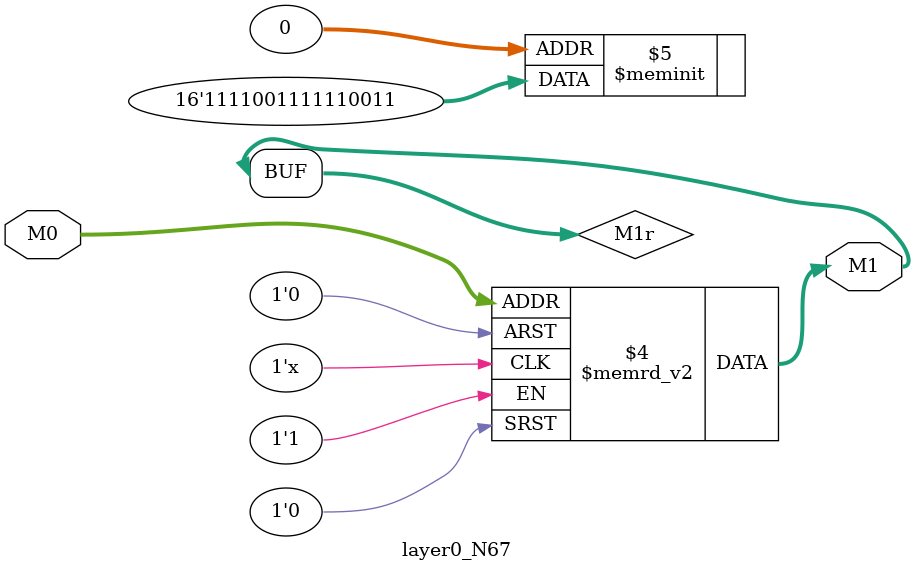
<source format=v>
module layer0_N67 ( input [2:0] M0, output [1:0] M1 );

	(*rom_style = "distributed" *) reg [1:0] M1r;
	assign M1 = M1r;
	always @ (M0) begin
		case (M0)
			3'b000: M1r = 2'b11;
			3'b100: M1r = 2'b11;
			3'b010: M1r = 2'b11;
			3'b110: M1r = 2'b11;
			3'b001: M1r = 2'b00;
			3'b101: M1r = 2'b00;
			3'b011: M1r = 2'b11;
			3'b111: M1r = 2'b11;

		endcase
	end
endmodule

</source>
